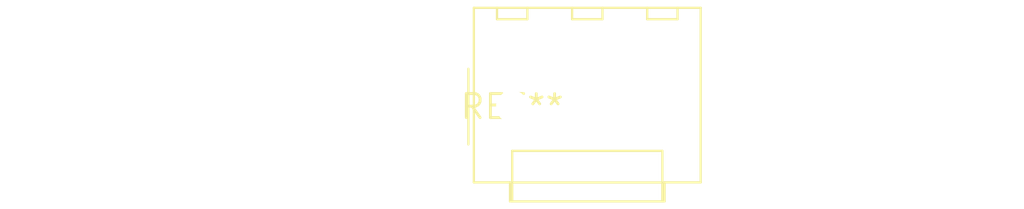
<source format=kicad_pcb>
(kicad_pcb (version 20240108) (generator pcbnew)
  (layers (0 "F.Cu" signal) (31 "B.Cu" signal) (34 "B.Paste" user) (35 "F.Paste" user) (36 "B.SilkS" user "B.Silkscreen") (37 "F.SilkS" user "F.Silkscreen") (38 "B.Mask" user) (39 "F.Mask" user) (44 "Edge.Cuts" user))
  (net 0 "")
  (footprint "Molex_KK-396_A-41791-0003_1x03_P3.96mm_Vertical" (layer "F.Cu") (at 0 0)
    (property "Reference" "REF**")
    (property "Value" "Molex_KK-396_A-41791-0003_1x03_P3.96mm_Vertical")
    (fp_line (start -2.31 -2) (end -2.31 2) (layer "F.SilkS") (stroke (width 0.12)))
    (fp_line (start -2.02 -5.22) (end 9.94 -5.22) (layer "F.SilkS") (stroke (width 0.12)))
    (fp_line (start -2.02 4.005) (end -2.02 -5.22) (layer "F.SilkS") (stroke (width 0.12)))
    (fp_line (start -0.8 -5.22) (end -0.8 -4.62) (layer "F.SilkS") (stroke (width 0.12)))
    (fp_line (start -0.8 -4.62) (end 0.8 -4.62) (layer "F.SilkS") (stroke (width 0.12)))
    (fp_line (start -0.115 4.005) (end -2.02 4.005) (layer "F.SilkS") (stroke (width 0.12)))
    (fp_line (start -0.115 5.01) (end -0.115 4.005) (layer "F.SilkS") (stroke (width 0.12)))
    (fp_line (start 0 2.34) (end 7.92 2.34) (layer "F.SilkS") (stroke (width 0.12)))
    (fp_line (start 0 4.01) (end 0 2.34) (layer "F.SilkS") (stroke (width 0.12)))
    (fp_line (start 0 4.01) (end 7.92 4.01) (layer "F.SilkS") (stroke (width 0.12)))
    (fp_line (start 0 5.01) (end 0 4.01) (layer "F.SilkS") (stroke (width 0.12)))
    (fp_line (start 0.8 -4.62) (end 0.8 -5.22) (layer "F.SilkS") (stroke (width 0.12)))
    (fp_line (start 3.16 -5.22) (end 3.16 -4.62) (layer "F.SilkS") (stroke (width 0.12)))
    (fp_line (start 3.16 -4.62) (end 4.76 -4.62) (layer "F.SilkS") (stroke (width 0.12)))
    (fp_line (start 4.76 -4.62) (end 4.76 -5.22) (layer "F.SilkS") (stroke (width 0.12)))
    (fp_line (start 7.12 -5.22) (end 7.12 -4.62) (layer "F.SilkS") (stroke (width 0.12)))
    (fp_line (start 7.12 -4.62) (end 8.72 -4.62) (layer "F.SilkS") (stroke (width 0.12)))
    (fp_line (start 7.92 2.34) (end 7.92 4.01) (layer "F.SilkS") (stroke (width 0.12)))
    (fp_line (start 7.92 4.01) (end 7.92 5.01) (layer "F.SilkS") (stroke (width 0.12)))
    (fp_line (start 8.035 4.005) (end 8.035 5.01) (layer "F.SilkS") (stroke (width 0.12)))
    (fp_line (start 8.035 5.01) (end -0.115 5.01) (layer "F.SilkS") (stroke (width 0.12)))
    (fp_line (start 8.72 -4.62) (end 8.72 -5.22) (layer "F.SilkS") (stroke (width 0.12)))
    (fp_line (start 9.94 -5.22) (end 9.94 4.005) (layer "F.SilkS") (stroke (width 0.12)))
    (fp_line (start 9.94 4.005) (end 8.035 4.005) (layer "F.SilkS") (stroke (width 0.12)))
    (pad "1" thru_hole roundrect (at 0 0) (size 3.16 4.1) (drill 1.7) (layers *.Cu *.Mask) (remove_unused_layers) (roundrect_rratio 0.079114))
    (pad "2" thru_hole oval (at 3.96 0) (size 3.16 4.1) (drill 1.7) (layers *.Cu *.Mask) (remove_unused_layers))
    (pad "3" thru_hole oval (at 7.92 0) (size 3.16 4.1) (drill 1.7) (layers *.Cu *.Mask) (remove_unused_layers))
  )
)
</source>
